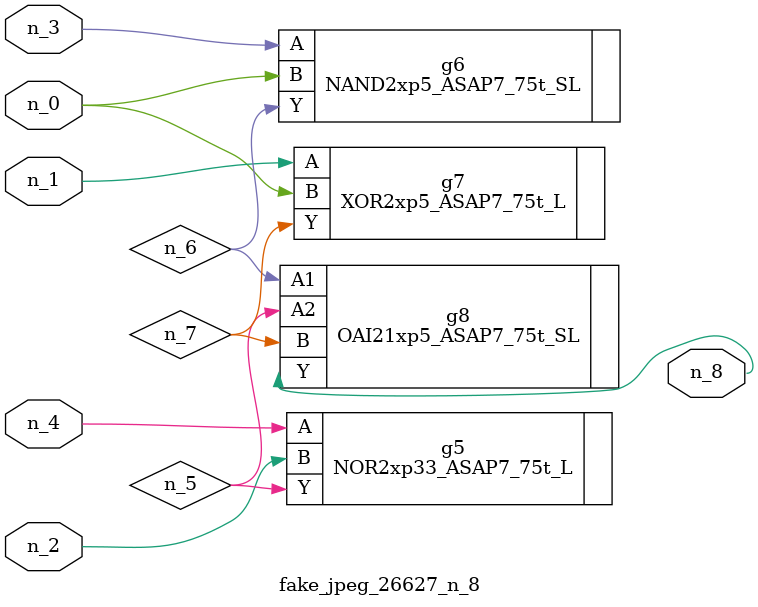
<source format=v>
module fake_jpeg_26627_n_8 (n_3, n_2, n_1, n_0, n_4, n_8);

input n_3;
input n_2;
input n_1;
input n_0;
input n_4;

output n_8;

wire n_6;
wire n_5;
wire n_7;

NOR2xp33_ASAP7_75t_L g5 ( 
.A(n_4),
.B(n_2),
.Y(n_5)
);

NAND2xp5_ASAP7_75t_SL g6 ( 
.A(n_3),
.B(n_0),
.Y(n_6)
);

XOR2xp5_ASAP7_75t_L g7 ( 
.A(n_1),
.B(n_0),
.Y(n_7)
);

OAI21xp5_ASAP7_75t_SL g8 ( 
.A1(n_6),
.A2(n_5),
.B(n_7),
.Y(n_8)
);


endmodule
</source>
